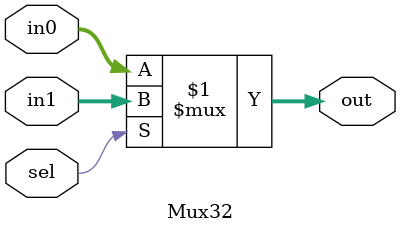
<source format=v>
`timescale 1ns / 1ps
module Mux32(in0, in1, sel, out);
	input [31:0]in0;
	input [31:0]in1;
	input sel;
	output [31:0]out;
	assign out=(sel)?in1:in0;
endmodule

</source>
